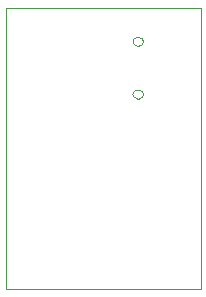
<source format=gm1>
%TF.GenerationSoftware,KiCad,Pcbnew,8.0.1*%
%TF.CreationDate,2024-04-23T06:28:50-07:00*%
%TF.ProjectId,OnOffController,4f6e4f66-6643-46f6-9e74-726f6c6c6572,rev?*%
%TF.SameCoordinates,Original*%
%TF.FileFunction,Profile,NP*%
%FSLAX46Y46*%
G04 Gerber Fmt 4.6, Leading zero omitted, Abs format (unit mm)*
G04 Created by KiCad (PCBNEW 8.0.1) date 2024-04-23 06:28:50*
%MOMM*%
%LPD*%
G01*
G04 APERTURE LIST*
%TA.AperFunction,Profile*%
%ADD10C,0.100000*%
%TD*%
%TA.AperFunction,Profile*%
%ADD11C,0.010000*%
%TD*%
G04 APERTURE END LIST*
D10*
X151751000Y-73225000D02*
X168275000Y-73225000D01*
X168275000Y-97082000D01*
X151751000Y-97082000D01*
X151751000Y-73225000D01*
D11*
%TO.C,J8*%
X163089000Y-76477000D02*
X162889000Y-76477000D01*
X163089000Y-80927000D02*
X162889000Y-80927000D01*
X162539000Y-76127000D02*
G75*
G02*
X162889000Y-75777000I350000J0D01*
G01*
X162539000Y-80577000D02*
G75*
G02*
X162889000Y-80227000I350001J-1D01*
G01*
X162889000Y-76477000D02*
G75*
G02*
X162539000Y-76127000I0J350000D01*
G01*
X162889000Y-80927000D02*
G75*
G02*
X162539000Y-80577000I1J350001D01*
G01*
X163089000Y-75776999D02*
G75*
G02*
X162889000Y-75776999I-100000J3552999D01*
G01*
X163089000Y-75777000D02*
G75*
G02*
X163439000Y-76127000I0J-350000D01*
G01*
X163089000Y-80226999D02*
G75*
G02*
X162889000Y-80226999I-100000J3552999D01*
G01*
X163089000Y-80227000D02*
G75*
G02*
X163439000Y-80577000I-1J-350001D01*
G01*
X163439000Y-76127000D02*
G75*
G02*
X163089000Y-76477000I-350000J0D01*
G01*
X163439000Y-80577000D02*
G75*
G02*
X163089000Y-80927000I-350001J1D01*
G01*
%TD*%
M02*

</source>
